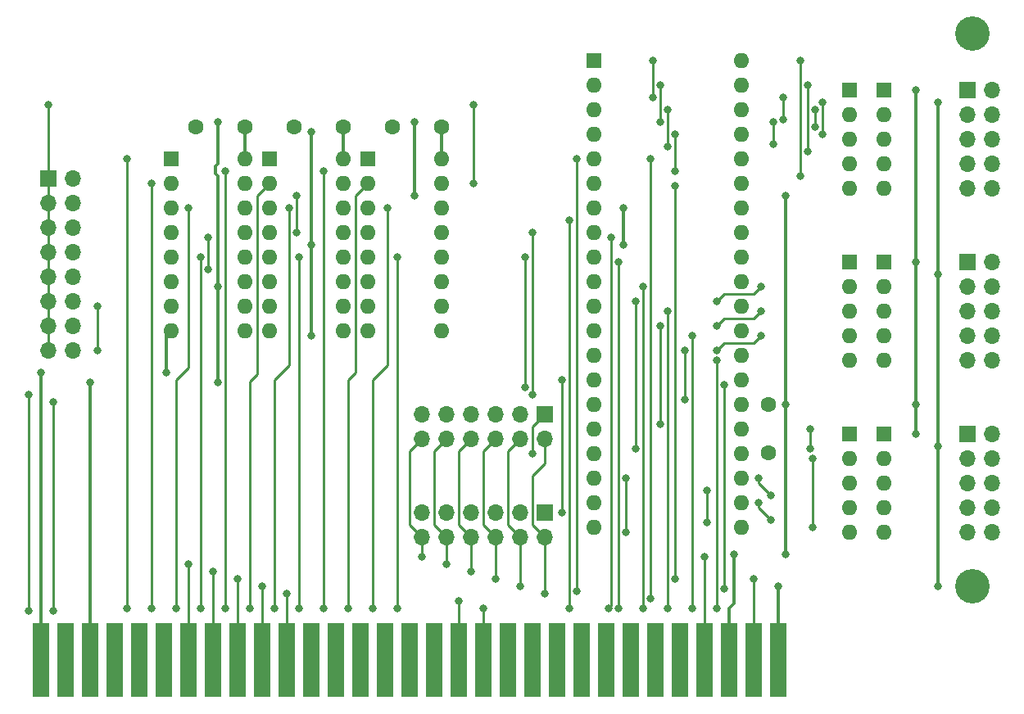
<source format=gbr>
G04 #@! TF.GenerationSoftware,KiCad,Pcbnew,(5.1.8)-1*
G04 #@! TF.CreationDate,2023-02-21T11:18:10-07:00*
G04 #@! TF.ProjectId,PPort,50506f72-742e-46b6-9963-61645f706362,rev?*
G04 #@! TF.SameCoordinates,Original*
G04 #@! TF.FileFunction,Copper,L2,Bot*
G04 #@! TF.FilePolarity,Positive*
%FSLAX46Y46*%
G04 Gerber Fmt 4.6, Leading zero omitted, Abs format (unit mm)*
G04 Created by KiCad (PCBNEW (5.1.8)-1) date 2023-02-21 11:18:10*
%MOMM*%
%LPD*%
G01*
G04 APERTURE LIST*
G04 #@! TA.AperFunction,ComponentPad*
%ADD10O,1.600000X1.600000*%
G04 #@! TD*
G04 #@! TA.AperFunction,ComponentPad*
%ADD11R,1.600000X1.600000*%
G04 #@! TD*
G04 #@! TA.AperFunction,ComponentPad*
%ADD12C,1.600000*%
G04 #@! TD*
G04 #@! TA.AperFunction,ComponentPad*
%ADD13O,1.700000X1.700000*%
G04 #@! TD*
G04 #@! TA.AperFunction,ComponentPad*
%ADD14R,1.700000X1.700000*%
G04 #@! TD*
G04 #@! TA.AperFunction,ComponentPad*
%ADD15C,3.556000*%
G04 #@! TD*
G04 #@! TA.AperFunction,ConnectorPad*
%ADD16R,1.780000X7.620000*%
G04 #@! TD*
G04 #@! TA.AperFunction,ViaPad*
%ADD17C,0.800000*%
G04 #@! TD*
G04 #@! TA.AperFunction,Conductor*
%ADD18C,0.250000*%
G04 #@! TD*
G04 #@! TA.AperFunction,Conductor*
%ADD19C,0.330200*%
G04 #@! TD*
G04 APERTURE END LIST*
D10*
G04 #@! TO.P,RN6,5*
G04 #@! TO.N,/PA0*
X182372000Y-91948000D03*
G04 #@! TO.P,RN6,4*
G04 #@! TO.N,/PA1*
X182372000Y-89408000D03*
G04 #@! TO.P,RN6,3*
G04 #@! TO.N,/PA2*
X182372000Y-86868000D03*
G04 #@! TO.P,RN6,2*
G04 #@! TO.N,/PA3*
X182372000Y-84328000D03*
D11*
G04 #@! TO.P,RN6,1*
G04 #@! TO.N,/GND*
X182372000Y-81788000D03*
G04 #@! TD*
D10*
G04 #@! TO.P,RN5,5*
G04 #@! TO.N,/PA4*
X185928000Y-91948000D03*
G04 #@! TO.P,RN5,4*
G04 #@! TO.N,/PA5*
X185928000Y-89408000D03*
G04 #@! TO.P,RN5,3*
G04 #@! TO.N,/PA6*
X185928000Y-86868000D03*
G04 #@! TO.P,RN5,2*
G04 #@! TO.N,/PA7*
X185928000Y-84328000D03*
D11*
G04 #@! TO.P,RN5,1*
G04 #@! TO.N,/GND*
X185928000Y-81788000D03*
G04 #@! TD*
D10*
G04 #@! TO.P,RN4,5*
G04 #@! TO.N,/PB0*
X182372000Y-127508000D03*
G04 #@! TO.P,RN4,4*
G04 #@! TO.N,/PB1*
X182372000Y-124968000D03*
G04 #@! TO.P,RN4,3*
G04 #@! TO.N,/PB2*
X182372000Y-122428000D03*
G04 #@! TO.P,RN4,2*
G04 #@! TO.N,/PB3*
X182372000Y-119888000D03*
D11*
G04 #@! TO.P,RN4,1*
G04 #@! TO.N,/GND*
X182372000Y-117348000D03*
G04 #@! TD*
D10*
G04 #@! TO.P,RN3,5*
G04 #@! TO.N,/PC0*
X182372000Y-109728000D03*
G04 #@! TO.P,RN3,4*
G04 #@! TO.N,/PC1*
X182372000Y-107188000D03*
G04 #@! TO.P,RN3,3*
G04 #@! TO.N,/PC2*
X182372000Y-104648000D03*
G04 #@! TO.P,RN3,2*
G04 #@! TO.N,/PC3*
X182372000Y-102108000D03*
D11*
G04 #@! TO.P,RN3,1*
G04 #@! TO.N,/GND*
X182372000Y-99568000D03*
G04 #@! TD*
D10*
G04 #@! TO.P,RN2,5*
G04 #@! TO.N,/PB4*
X185928000Y-127508000D03*
G04 #@! TO.P,RN2,4*
G04 #@! TO.N,/PB5*
X185928000Y-124968000D03*
G04 #@! TO.P,RN2,3*
G04 #@! TO.N,/PB6*
X185928000Y-122428000D03*
G04 #@! TO.P,RN2,2*
G04 #@! TO.N,/PB7*
X185928000Y-119888000D03*
D11*
G04 #@! TO.P,RN2,1*
G04 #@! TO.N,/GND*
X185928000Y-117348000D03*
G04 #@! TD*
D10*
G04 #@! TO.P,RN1,5*
G04 #@! TO.N,/PC4*
X185928000Y-109728000D03*
G04 #@! TO.P,RN1,4*
G04 #@! TO.N,/PC5*
X185928000Y-107188000D03*
G04 #@! TO.P,RN1,3*
G04 #@! TO.N,/PC6*
X185928000Y-104648000D03*
G04 #@! TO.P,RN1,2*
G04 #@! TO.N,/PC7*
X185928000Y-102108000D03*
D11*
G04 #@! TO.P,RN1,1*
G04 #@! TO.N,/GND*
X185928000Y-99568000D03*
G04 #@! TD*
D12*
G04 #@! TO.P,C4,2*
G04 #@! TO.N,/5+*
X130048000Y-85598000D03*
G04 #@! TO.P,C4,1*
G04 #@! TO.N,/GND*
X125048000Y-85598000D03*
G04 #@! TD*
G04 #@! TO.P,C3,2*
G04 #@! TO.N,/5+*
X119888000Y-85598000D03*
G04 #@! TO.P,C3,1*
G04 #@! TO.N,/GND*
X114888000Y-85598000D03*
G04 #@! TD*
G04 #@! TO.P,C2,2*
G04 #@! TO.N,/5+*
X140208000Y-85598000D03*
G04 #@! TO.P,C2,1*
G04 #@! TO.N,/GND*
X135208000Y-85598000D03*
G04 #@! TD*
G04 #@! TO.P,C1,2*
G04 #@! TO.N,/5+*
X173990000Y-114300000D03*
G04 #@! TO.P,C1,1*
G04 #@! TO.N,/GND*
X173990000Y-119300000D03*
G04 #@! TD*
D13*
G04 #@! TO.P,J3,10*
G04 #@! TO.N,/PA0*
X197104000Y-91948000D03*
G04 #@! TO.P,J3,9*
G04 #@! TO.N,/PA4*
X194564000Y-91948000D03*
G04 #@! TO.P,J3,8*
G04 #@! TO.N,/PA1*
X197104000Y-89408000D03*
G04 #@! TO.P,J3,7*
G04 #@! TO.N,/PA5*
X194564000Y-89408000D03*
G04 #@! TO.P,J3,6*
G04 #@! TO.N,/PA2*
X197104000Y-86868000D03*
G04 #@! TO.P,J3,5*
G04 #@! TO.N,/PA6*
X194564000Y-86868000D03*
G04 #@! TO.P,J3,4*
G04 #@! TO.N,/PA3*
X197104000Y-84328000D03*
G04 #@! TO.P,J3,3*
G04 #@! TO.N,/PA7*
X194564000Y-84328000D03*
G04 #@! TO.P,J3,2*
G04 #@! TO.N,/GND*
X197104000Y-81788000D03*
D14*
G04 #@! TO.P,J3,1*
G04 #@! TO.N,/5+*
X194564000Y-81788000D03*
G04 #@! TD*
D13*
G04 #@! TO.P,J2,10*
G04 #@! TO.N,/PB0*
X197104000Y-127508000D03*
G04 #@! TO.P,J2,9*
G04 #@! TO.N,/PB4*
X194564000Y-127508000D03*
G04 #@! TO.P,J2,8*
G04 #@! TO.N,/PB1*
X197104000Y-124968000D03*
G04 #@! TO.P,J2,7*
G04 #@! TO.N,/PB5*
X194564000Y-124968000D03*
G04 #@! TO.P,J2,6*
G04 #@! TO.N,/PB2*
X197104000Y-122428000D03*
G04 #@! TO.P,J2,5*
G04 #@! TO.N,/PB6*
X194564000Y-122428000D03*
G04 #@! TO.P,J2,4*
G04 #@! TO.N,/PB3*
X197104000Y-119888000D03*
G04 #@! TO.P,J2,3*
G04 #@! TO.N,/PB7*
X194564000Y-119888000D03*
G04 #@! TO.P,J2,2*
G04 #@! TO.N,/GND*
X197104000Y-117348000D03*
D14*
G04 #@! TO.P,J2,1*
G04 #@! TO.N,/5+*
X194564000Y-117348000D03*
G04 #@! TD*
D13*
G04 #@! TO.P,J1,10*
G04 #@! TO.N,/PC0*
X197104000Y-109728000D03*
G04 #@! TO.P,J1,9*
G04 #@! TO.N,/PC4*
X194564000Y-109728000D03*
G04 #@! TO.P,J1,8*
G04 #@! TO.N,/PC1*
X197104000Y-107188000D03*
G04 #@! TO.P,J1,7*
G04 #@! TO.N,/PC5*
X194564000Y-107188000D03*
G04 #@! TO.P,J1,6*
G04 #@! TO.N,/PC2*
X197104000Y-104648000D03*
G04 #@! TO.P,J1,5*
G04 #@! TO.N,/PC6*
X194564000Y-104648000D03*
G04 #@! TO.P,J1,4*
G04 #@! TO.N,/PC3*
X197104000Y-102108000D03*
G04 #@! TO.P,J1,3*
G04 #@! TO.N,/PC7*
X194564000Y-102108000D03*
G04 #@! TO.P,J1,2*
G04 #@! TO.N,/GND*
X197104000Y-99568000D03*
D14*
G04 #@! TO.P,J1,1*
G04 #@! TO.N,/5+*
X194564000Y-99568000D03*
G04 #@! TD*
D15*
G04 #@! TO.P,R,1*
G04 #@! TO.N,/GND*
X195072000Y-133096000D03*
G04 #@! TD*
G04 #@! TO.P,R,1*
G04 #@! TO.N,N/C*
X195072000Y-75946000D03*
G04 #@! TD*
D10*
G04 #@! TO.P,U4,16*
G04 #@! TO.N,/5+*
X130048000Y-88900000D03*
G04 #@! TO.P,U4,8*
G04 #@! TO.N,/GND*
X122428000Y-106680000D03*
G04 #@! TO.P,U4,15*
G04 #@! TO.N,Net-(U4-Pad15)*
X130048000Y-91440000D03*
G04 #@! TO.P,U4,7*
G04 #@! TO.N,Net-(U4-Pad7)*
X122428000Y-104140000D03*
G04 #@! TO.P,U4,14*
G04 #@! TO.N,Net-(U4-Pad14)*
X130048000Y-93980000D03*
G04 #@! TO.P,U4,6*
G04 #@! TO.N,/5+*
X122428000Y-101600000D03*
G04 #@! TO.P,U4,13*
G04 #@! TO.N,Net-(U4-Pad13)*
X130048000Y-96520000D03*
G04 #@! TO.P,U4,5*
G04 #@! TO.N,/A11*
X122428000Y-99060000D03*
G04 #@! TO.P,U4,12*
G04 #@! TO.N,Net-(U4-Pad12)*
X130048000Y-99060000D03*
G04 #@! TO.P,U4,4*
G04 #@! TO.N,/IO_0XXX*
X122428000Y-96520000D03*
G04 #@! TO.P,U4,11*
G04 #@! TO.N,/IO_04XX*
X130048000Y-101600000D03*
G04 #@! TO.P,U4,3*
G04 #@! TO.N,/A10*
X122428000Y-93980000D03*
G04 #@! TO.P,U4,10*
G04 #@! TO.N,Net-(U4-Pad10)*
X130048000Y-104140000D03*
G04 #@! TO.P,U4,2*
G04 #@! TO.N,/A9*
X122428000Y-91440000D03*
G04 #@! TO.P,U4,9*
G04 #@! TO.N,Net-(U4-Pad9)*
X130048000Y-106680000D03*
D11*
G04 #@! TO.P,U4,1*
G04 #@! TO.N,/A8*
X122428000Y-88900000D03*
G04 #@! TD*
D10*
G04 #@! TO.P,U3,16*
G04 #@! TO.N,/5+*
X119888000Y-88900000D03*
G04 #@! TO.P,U3,8*
G04 #@! TO.N,/GND*
X112268000Y-106680000D03*
G04 #@! TO.P,U3,15*
G04 #@! TO.N,/IO_040X*
X119888000Y-91440000D03*
G04 #@! TO.P,U3,7*
G04 #@! TO.N,/IO_047X*
X112268000Y-104140000D03*
G04 #@! TO.P,U3,14*
G04 #@! TO.N,/IO_041X*
X119888000Y-93980000D03*
G04 #@! TO.P,U3,6*
G04 #@! TO.N,/5+*
X112268000Y-101600000D03*
G04 #@! TO.P,U3,13*
G04 #@! TO.N,/IO_042X*
X119888000Y-96520000D03*
G04 #@! TO.P,U3,5*
G04 #@! TO.N,/A7*
X112268000Y-99060000D03*
G04 #@! TO.P,U3,12*
G04 #@! TO.N,/IO_043X*
X119888000Y-99060000D03*
G04 #@! TO.P,U3,4*
G04 #@! TO.N,/IO_04XX*
X112268000Y-96520000D03*
G04 #@! TO.P,U3,11*
G04 #@! TO.N,/IO_044X*
X119888000Y-101600000D03*
G04 #@! TO.P,U3,3*
G04 #@! TO.N,/A6*
X112268000Y-93980000D03*
G04 #@! TO.P,U3,10*
G04 #@! TO.N,/IO_045X*
X119888000Y-104140000D03*
G04 #@! TO.P,U3,2*
G04 #@! TO.N,/A5*
X112268000Y-91440000D03*
G04 #@! TO.P,U3,9*
G04 #@! TO.N,/IO_046X*
X119888000Y-106680000D03*
D11*
G04 #@! TO.P,U3,1*
G04 #@! TO.N,/A4*
X112268000Y-88900000D03*
G04 #@! TD*
D10*
G04 #@! TO.P,U2,16*
G04 #@! TO.N,/5+*
X140208000Y-88900000D03*
G04 #@! TO.P,U2,8*
G04 #@! TO.N,/GND*
X132588000Y-106680000D03*
G04 #@! TO.P,U2,15*
G04 #@! TO.N,/IO_0XXX*
X140208000Y-91440000D03*
G04 #@! TO.P,U2,7*
G04 #@! TO.N,Net-(U2-Pad7)*
X132588000Y-104140000D03*
G04 #@! TO.P,U2,14*
G04 #@! TO.N,Net-(U2-Pad14)*
X140208000Y-93980000D03*
G04 #@! TO.P,U2,6*
G04 #@! TO.N,/5+*
X132588000Y-101600000D03*
G04 #@! TO.P,U2,13*
G04 #@! TO.N,Net-(U2-Pad13)*
X140208000Y-96520000D03*
G04 #@! TO.P,U2,5*
G04 #@! TO.N,/A15*
X132588000Y-99060000D03*
G04 #@! TO.P,U2,12*
G04 #@! TO.N,Net-(U2-Pad12)*
X140208000Y-99060000D03*
G04 #@! TO.P,U2,4*
G04 #@! TO.N,/GND*
X132588000Y-96520000D03*
G04 #@! TO.P,U2,11*
G04 #@! TO.N,Net-(U2-Pad11)*
X140208000Y-101600000D03*
G04 #@! TO.P,U2,3*
G04 #@! TO.N,/A14*
X132588000Y-93980000D03*
G04 #@! TO.P,U2,10*
G04 #@! TO.N,Net-(U2-Pad10)*
X140208000Y-104140000D03*
G04 #@! TO.P,U2,2*
G04 #@! TO.N,/A13*
X132588000Y-91440000D03*
G04 #@! TO.P,U2,9*
G04 #@! TO.N,Net-(U2-Pad9)*
X140208000Y-106680000D03*
D11*
G04 #@! TO.P,U2,1*
G04 #@! TO.N,/A12*
X132588000Y-88900000D03*
G04 #@! TD*
D10*
G04 #@! TO.P,U1,40*
G04 #@! TO.N,/PA4*
X171196000Y-78740000D03*
G04 #@! TO.P,U1,20*
G04 #@! TO.N,/PB2*
X155956000Y-127000000D03*
G04 #@! TO.P,U1,39*
G04 #@! TO.N,/PA5*
X171196000Y-81280000D03*
G04 #@! TO.P,U1,19*
G04 #@! TO.N,/PB1*
X155956000Y-124460000D03*
G04 #@! TO.P,U1,38*
G04 #@! TO.N,/PA6*
X171196000Y-83820000D03*
G04 #@! TO.P,U1,18*
G04 #@! TO.N,/PB0*
X155956000Y-121920000D03*
G04 #@! TO.P,U1,37*
G04 #@! TO.N,/PA7*
X171196000Y-86360000D03*
G04 #@! TO.P,U1,17*
G04 #@! TO.N,/PC3*
X155956000Y-119380000D03*
G04 #@! TO.P,U1,36*
G04 #@! TO.N,/IOW*
X171196000Y-88900000D03*
G04 #@! TO.P,U1,16*
G04 #@! TO.N,/PC2*
X155956000Y-116840000D03*
G04 #@! TO.P,U1,35*
G04 #@! TO.N,/RST*
X171196000Y-91440000D03*
G04 #@! TO.P,U1,15*
G04 #@! TO.N,/PC1*
X155956000Y-114300000D03*
G04 #@! TO.P,U1,34*
G04 #@! TO.N,/D0*
X171196000Y-93980000D03*
G04 #@! TO.P,U1,14*
G04 #@! TO.N,/PC0*
X155956000Y-111760000D03*
G04 #@! TO.P,U1,33*
G04 #@! TO.N,/D1*
X171196000Y-96520000D03*
G04 #@! TO.P,U1,13*
G04 #@! TO.N,/PC4*
X155956000Y-109220000D03*
G04 #@! TO.P,U1,32*
G04 #@! TO.N,/D2*
X171196000Y-99060000D03*
G04 #@! TO.P,U1,12*
G04 #@! TO.N,/PC5*
X155956000Y-106680000D03*
G04 #@! TO.P,U1,31*
G04 #@! TO.N,/D3*
X171196000Y-101600000D03*
G04 #@! TO.P,U1,11*
G04 #@! TO.N,/PC6*
X155956000Y-104140000D03*
G04 #@! TO.P,U1,30*
G04 #@! TO.N,/D4*
X171196000Y-104140000D03*
G04 #@! TO.P,U1,10*
G04 #@! TO.N,/PC7*
X155956000Y-101600000D03*
G04 #@! TO.P,U1,29*
G04 #@! TO.N,/D5*
X171196000Y-106680000D03*
G04 #@! TO.P,U1,9*
G04 #@! TO.N,/A0*
X155956000Y-99060000D03*
G04 #@! TO.P,U1,28*
G04 #@! TO.N,/D6*
X171196000Y-109220000D03*
G04 #@! TO.P,U1,8*
G04 #@! TO.N,/A1*
X155956000Y-96520000D03*
G04 #@! TO.P,U1,27*
G04 #@! TO.N,/D7*
X171196000Y-111760000D03*
G04 #@! TO.P,U1,7*
G04 #@! TO.N,/GND*
X155956000Y-93980000D03*
G04 #@! TO.P,U1,26*
G04 #@! TO.N,/5+*
X171196000Y-114300000D03*
G04 #@! TO.P,U1,6*
G04 #@! TO.N,/CS8255*
X155956000Y-91440000D03*
G04 #@! TO.P,U1,25*
G04 #@! TO.N,/PB7*
X171196000Y-116840000D03*
G04 #@! TO.P,U1,5*
G04 #@! TO.N,/IOR*
X155956000Y-88900000D03*
G04 #@! TO.P,U1,24*
G04 #@! TO.N,/PB6*
X171196000Y-119380000D03*
G04 #@! TO.P,U1,4*
G04 #@! TO.N,/PA0*
X155956000Y-86360000D03*
G04 #@! TO.P,U1,23*
G04 #@! TO.N,/PB5*
X171196000Y-121920000D03*
G04 #@! TO.P,U1,3*
G04 #@! TO.N,/PA1*
X155956000Y-83820000D03*
G04 #@! TO.P,U1,22*
G04 #@! TO.N,/PB4*
X171196000Y-124460000D03*
G04 #@! TO.P,U1,2*
G04 #@! TO.N,/PA2*
X155956000Y-81280000D03*
G04 #@! TO.P,U1,21*
G04 #@! TO.N,/PB3*
X171196000Y-127000000D03*
D11*
G04 #@! TO.P,U1,1*
G04 #@! TO.N,/PA3*
X155956000Y-78740000D03*
G04 #@! TD*
D16*
G04 #@! TO.P,J7,31*
G04 #@! TO.N,/GND*
X98806000Y-140716000D03*
G04 #@! TO.P,J7,30*
G04 #@! TO.N,Net-(J7-Pad30)*
X101346000Y-140716000D03*
G04 #@! TO.P,J7,29*
G04 #@! TO.N,/5+*
X103886000Y-140716000D03*
G04 #@! TO.P,J7,28*
G04 #@! TO.N,Net-(J7-Pad28)*
X106426000Y-140716000D03*
G04 #@! TO.P,J7,27*
G04 #@! TO.N,Net-(J7-Pad27)*
X108966000Y-140716000D03*
G04 #@! TO.P,J7,26*
G04 #@! TO.N,Net-(J7-Pad26)*
X111506000Y-140716000D03*
G04 #@! TO.P,J7,25*
G04 #@! TO.N,/IRQ3*
X114046000Y-140716000D03*
G04 #@! TO.P,J7,24*
G04 #@! TO.N,/IRQ4*
X116586000Y-140716000D03*
G04 #@! TO.P,J7,23*
G04 #@! TO.N,/IRQ5*
X119126000Y-140716000D03*
G04 #@! TO.P,J7,22*
G04 #@! TO.N,/IRQ6*
X121666000Y-140716000D03*
G04 #@! TO.P,J7,21*
G04 #@! TO.N,/IRQ7*
X124206000Y-140716000D03*
G04 #@! TO.P,J7,20*
G04 #@! TO.N,Net-(J7-Pad20)*
X126746000Y-140716000D03*
G04 #@! TO.P,J7,19*
G04 #@! TO.N,Net-(J7-Pad19)*
X129286000Y-140716000D03*
G04 #@! TO.P,J7,18*
G04 #@! TO.N,Net-(J7-Pad18)*
X131826000Y-140716000D03*
G04 #@! TO.P,J7,17*
G04 #@! TO.N,Net-(J7-Pad17)*
X134366000Y-140716000D03*
G04 #@! TO.P,J7,16*
G04 #@! TO.N,Net-(J7-Pad16)*
X136906000Y-140716000D03*
G04 #@! TO.P,J7,15*
G04 #@! TO.N,Net-(J7-Pad15)*
X139446000Y-140716000D03*
G04 #@! TO.P,J7,14*
G04 #@! TO.N,/IOR*
X141986000Y-140716000D03*
G04 #@! TO.P,J7,13*
G04 #@! TO.N,/IOW*
X144526000Y-140716000D03*
G04 #@! TO.P,J7,12*
G04 #@! TO.N,Net-(J7-Pad12)*
X147066000Y-140716000D03*
G04 #@! TO.P,J7,11*
G04 #@! TO.N,Net-(J7-Pad11)*
X149606000Y-140716000D03*
G04 #@! TO.P,J7,10*
G04 #@! TO.N,Net-(J7-Pad10)*
X152146000Y-140716000D03*
G04 #@! TO.P,J7,9*
G04 #@! TO.N,Net-(J7-Pad9)*
X154686000Y-140716000D03*
G04 #@! TO.P,J7,8*
G04 #@! TO.N,Net-(J7-Pad8)*
X157226000Y-140716000D03*
G04 #@! TO.P,J7,7*
G04 #@! TO.N,Net-(J7-Pad7)*
X159766000Y-140716000D03*
G04 #@! TO.P,J7,6*
G04 #@! TO.N,Net-(J7-Pad6)*
X162306000Y-140716000D03*
G04 #@! TO.P,J7,5*
G04 #@! TO.N,Net-(J7-Pad5)*
X164846000Y-140716000D03*
G04 #@! TO.P,J7,4*
G04 #@! TO.N,/IRQ2*
X167386000Y-140716000D03*
G04 #@! TO.P,J7,3*
G04 #@! TO.N,/5+*
X169926000Y-140716000D03*
G04 #@! TO.P,J7,2*
G04 #@! TO.N,/RST*
X172466000Y-140716000D03*
G04 #@! TO.P,J7,1*
G04 #@! TO.N,/GND*
X175006000Y-140716000D03*
G04 #@! TD*
D13*
G04 #@! TO.P,J6,16*
G04 #@! TO.N,/IO_047X*
X102108000Y-108712000D03*
G04 #@! TO.P,J6,15*
G04 #@! TO.N,/CS8255*
X99568000Y-108712000D03*
G04 #@! TO.P,J6,14*
G04 #@! TO.N,/IO_046X*
X102108000Y-106172000D03*
G04 #@! TO.P,J6,13*
G04 #@! TO.N,/CS8255*
X99568000Y-106172000D03*
G04 #@! TO.P,J6,12*
G04 #@! TO.N,/IO_045X*
X102108000Y-103632000D03*
G04 #@! TO.P,J6,11*
G04 #@! TO.N,/CS8255*
X99568000Y-103632000D03*
G04 #@! TO.P,J6,10*
G04 #@! TO.N,/IO_044X*
X102108000Y-101092000D03*
G04 #@! TO.P,J6,9*
G04 #@! TO.N,/CS8255*
X99568000Y-101092000D03*
G04 #@! TO.P,J6,8*
G04 #@! TO.N,/IO_043X*
X102108000Y-98552000D03*
G04 #@! TO.P,J6,7*
G04 #@! TO.N,/CS8255*
X99568000Y-98552000D03*
G04 #@! TO.P,J6,6*
G04 #@! TO.N,/IO_042X*
X102108000Y-96012000D03*
G04 #@! TO.P,J6,5*
G04 #@! TO.N,/CS8255*
X99568000Y-96012000D03*
G04 #@! TO.P,J6,4*
G04 #@! TO.N,/IO_041X*
X102108000Y-93472000D03*
G04 #@! TO.P,J6,3*
G04 #@! TO.N,/CS8255*
X99568000Y-93472000D03*
G04 #@! TO.P,J6,2*
G04 #@! TO.N,/IO_040X*
X102108000Y-90932000D03*
D14*
G04 #@! TO.P,J6,1*
G04 #@! TO.N,/CS8255*
X99568000Y-90932000D03*
G04 #@! TD*
D13*
G04 #@! TO.P,J5,12*
G04 #@! TO.N,/IRQ2*
X138176000Y-117856000D03*
G04 #@! TO.P,J5,11*
G04 #@! TO.N,/PC3*
X138176000Y-115316000D03*
G04 #@! TO.P,J5,10*
G04 #@! TO.N,/IRQ3*
X140716000Y-117856000D03*
G04 #@! TO.P,J5,9*
G04 #@! TO.N,/PC3*
X140716000Y-115316000D03*
G04 #@! TO.P,J5,8*
G04 #@! TO.N,/IRQ4*
X143256000Y-117856000D03*
G04 #@! TO.P,J5,7*
G04 #@! TO.N,/PC3*
X143256000Y-115316000D03*
G04 #@! TO.P,J5,6*
G04 #@! TO.N,/IRQ5*
X145796000Y-117856000D03*
G04 #@! TO.P,J5,5*
G04 #@! TO.N,/PC3*
X145796000Y-115316000D03*
G04 #@! TO.P,J5,4*
G04 #@! TO.N,/IRQ6*
X148336000Y-117856000D03*
G04 #@! TO.P,J5,3*
G04 #@! TO.N,/PC3*
X148336000Y-115316000D03*
G04 #@! TO.P,J5,2*
G04 #@! TO.N,/IRQ7*
X150876000Y-117856000D03*
D14*
G04 #@! TO.P,J5,1*
G04 #@! TO.N,/PC3*
X150876000Y-115316000D03*
G04 #@! TD*
D13*
G04 #@! TO.P,J4,12*
G04 #@! TO.N,/IRQ2*
X138176000Y-128016000D03*
G04 #@! TO.P,J4,11*
G04 #@! TO.N,/PC0*
X138176000Y-125476000D03*
G04 #@! TO.P,J4,10*
G04 #@! TO.N,/IRQ3*
X140716000Y-128016000D03*
G04 #@! TO.P,J4,9*
G04 #@! TO.N,/PC0*
X140716000Y-125476000D03*
G04 #@! TO.P,J4,8*
G04 #@! TO.N,/IRQ4*
X143256000Y-128016000D03*
G04 #@! TO.P,J4,7*
G04 #@! TO.N,/PC0*
X143256000Y-125476000D03*
G04 #@! TO.P,J4,6*
G04 #@! TO.N,/IRQ5*
X145796000Y-128016000D03*
G04 #@! TO.P,J4,5*
G04 #@! TO.N,/PC0*
X145796000Y-125476000D03*
G04 #@! TO.P,J4,4*
G04 #@! TO.N,/IRQ6*
X148336000Y-128016000D03*
G04 #@! TO.P,J4,3*
G04 #@! TO.N,/PC0*
X148336000Y-125476000D03*
G04 #@! TO.P,J4,2*
G04 #@! TO.N,/IRQ7*
X150876000Y-128016000D03*
D14*
G04 #@! TO.P,J4,1*
G04 #@! TO.N,/PC0*
X150876000Y-125476000D03*
G04 #@! TD*
D17*
G04 #@! TO.N,/PB7*
X178308000Y-116840000D03*
X178308000Y-118872000D03*
G04 #@! TO.N,/PB5*
X174244000Y-123698000D03*
X172974000Y-121920000D03*
G04 #@! TO.N,/PB4*
X172974000Y-124460000D03*
X174244000Y-126238000D03*
G04 #@! TO.N,/PB3*
X178562000Y-119888000D03*
X178562000Y-127000000D03*
G04 #@! TO.N,/PB2*
X167640000Y-123190000D03*
X167640000Y-126492000D03*
G04 #@! TO.N,/PB0*
X159258000Y-127508000D03*
X159258000Y-121920000D03*
G04 #@! TO.N,/PA7*
X179578000Y-86360000D03*
X179578000Y-83058000D03*
G04 #@! TO.N,/PA6*
X178816000Y-83820000D03*
X178816000Y-85598000D03*
G04 #@! TO.N,/PA5*
X178054000Y-81280000D03*
X178054000Y-88138000D03*
G04 #@! TO.N,/PA4*
X177292000Y-78740000D03*
X177292000Y-90678000D03*
G04 #@! TO.N,/PA3*
X162052000Y-78740000D03*
X162052000Y-82550000D03*
X175514000Y-82550000D03*
X175514000Y-84836000D03*
G04 #@! TO.N,/PA2*
X162814000Y-81280000D03*
X162814000Y-85090000D03*
X174498000Y-85090000D03*
X174498000Y-87376000D03*
G04 #@! TO.N,/PA1*
X163576000Y-83820000D03*
X163576000Y-87630000D03*
G04 #@! TO.N,/PA0*
X164338000Y-86360000D03*
X164338000Y-90170000D03*
G04 #@! TO.N,/PC3*
X173228000Y-102108000D03*
X168656000Y-103632000D03*
X160274000Y-118872000D03*
X160274000Y-103632000D03*
G04 #@! TO.N,/PC2*
X173228000Y-104648000D03*
X168656000Y-106172000D03*
X162814000Y-116332000D03*
X162814000Y-106172000D03*
G04 #@! TO.N,/PC1*
X173228000Y-107188000D03*
X168656000Y-108712000D03*
X165354000Y-113792000D03*
X165354000Y-108712000D03*
G04 #@! TO.N,/PC3*
X149606000Y-119380000D03*
G04 #@! TO.N,/PC0*
X152654000Y-111760000D03*
X152654000Y-125476000D03*
G04 #@! TO.N,/IRQ2*
X138176000Y-130048000D03*
X167386000Y-130048000D03*
G04 #@! TO.N,/IRQ3*
X140716000Y-130810000D03*
X114046000Y-130810000D03*
G04 #@! TO.N,/IRQ4*
X143256000Y-131572000D03*
X116586000Y-131572000D03*
G04 #@! TO.N,/IRQ5*
X145796000Y-132334000D03*
X119126000Y-132334000D03*
G04 #@! TO.N,/IRQ6*
X148336000Y-133096000D03*
X121666000Y-133096000D03*
G04 #@! TO.N,/IRQ7*
X150876000Y-133858000D03*
X124206000Y-133858000D03*
G04 #@! TO.N,/IO_047X*
X104648000Y-104140000D03*
X104648000Y-108712000D03*
G04 #@! TO.N,/CS8255*
X143510000Y-91440000D03*
X143510000Y-83312000D03*
X99568000Y-83312000D03*
G04 #@! TO.N,/A0*
X97536000Y-135636000D03*
X97536000Y-113284000D03*
X148844000Y-112522000D03*
X148844000Y-99060000D03*
G04 #@! TO.N,/A1*
X100076000Y-135636000D03*
X100076000Y-114046000D03*
X149606000Y-113284000D03*
X149606000Y-96520000D03*
G04 #@! TO.N,/A4*
X107696000Y-135382000D03*
X107696000Y-88900000D03*
G04 #@! TO.N,/A5*
X110236000Y-135382000D03*
X110236000Y-91440000D03*
G04 #@! TO.N,/A6*
X112776000Y-135382000D03*
X114046000Y-93980000D03*
G04 #@! TO.N,/A7*
X115316000Y-135382000D03*
X115316000Y-99060000D03*
G04 #@! TO.N,/A8*
X117856000Y-135382000D03*
X117856000Y-90170000D03*
G04 #@! TO.N,/A9*
X120396000Y-135382000D03*
G04 #@! TO.N,/A10*
X122936000Y-135382000D03*
X124460000Y-93980000D03*
G04 #@! TO.N,/A11*
X125476000Y-135382000D03*
X125476000Y-99060000D03*
G04 #@! TO.N,/A12*
X128016000Y-135382000D03*
X128016000Y-90170000D03*
G04 #@! TO.N,/A13*
X130556000Y-135382000D03*
G04 #@! TO.N,/A14*
X133096000Y-135382000D03*
X134620000Y-93980000D03*
G04 #@! TO.N,/A15*
X135636000Y-135382000D03*
X135636000Y-99060000D03*
G04 #@! TO.N,/D0*
X153416000Y-135382000D03*
X153416000Y-95250000D03*
G04 #@! TO.N,/D1*
X157480000Y-135382000D03*
X157734000Y-97028000D03*
G04 #@! TO.N,/D2*
X158496000Y-135382000D03*
X158496000Y-99568000D03*
G04 #@! TO.N,/D3*
X161036000Y-135382000D03*
X161036000Y-102108000D03*
G04 #@! TO.N,/D4*
X163576000Y-135382000D03*
X163576000Y-104648000D03*
G04 #@! TO.N,/D5*
X166116000Y-135382000D03*
X166116000Y-107188000D03*
G04 #@! TO.N,/D6*
X168656000Y-135382000D03*
X168656000Y-109728000D03*
G04 #@! TO.N,/D7*
X169418000Y-133350000D03*
X169418000Y-112268000D03*
G04 #@! TO.N,/GND*
X191516000Y-83058000D03*
X191516000Y-118618000D03*
X191516000Y-118618000D03*
X191516000Y-100838000D03*
X191516000Y-133096000D03*
X126746000Y-107188000D03*
X126746000Y-86106000D03*
X126746000Y-97790000D03*
X175006000Y-133096000D03*
X159004000Y-97790000D03*
X159004000Y-93980000D03*
X111760000Y-110998000D03*
X98806002Y-110998000D03*
G04 #@! TO.N,/5+*
X189230000Y-114300000D03*
X189230000Y-81788000D03*
X189230000Y-99568000D03*
X189230000Y-117348000D03*
X117094000Y-102108000D03*
X117094000Y-85090000D03*
X170434000Y-129794000D03*
X175768000Y-129794000D03*
X175768000Y-114300000D03*
X175768000Y-92710000D03*
X137414000Y-92710000D03*
X137414000Y-85090000D03*
X103886000Y-112014000D03*
X117094000Y-112014000D03*
G04 #@! TO.N,/IOR*
X141986000Y-134620000D03*
X154178000Y-133604000D03*
X154178000Y-88900000D03*
G04 #@! TO.N,/IOW*
X144526000Y-135382000D03*
X161798000Y-134366000D03*
X161798000Y-88900000D03*
G04 #@! TO.N,/RST*
X172466000Y-132334000D03*
X164338000Y-132334000D03*
X164338000Y-91694000D03*
G04 #@! TO.N,/IO_0XXX*
X125222000Y-92710000D03*
X125222000Y-96520000D03*
G04 #@! TO.N,/IO_04XX*
X116078000Y-100330000D03*
X116078000Y-97028000D03*
G04 #@! TD*
D18*
G04 #@! TO.N,/PB7*
X178308000Y-116840000D02*
X178308000Y-118872000D01*
G04 #@! TO.N,/PB5*
X172974000Y-122428000D02*
X174244000Y-123698000D01*
X172974000Y-121920000D02*
X172974000Y-122428000D01*
G04 #@! TO.N,/PB4*
X172974000Y-124968000D02*
X174244000Y-126238000D01*
X172974000Y-124460000D02*
X172974000Y-124968000D01*
G04 #@! TO.N,/PB3*
X178562000Y-127000000D02*
X178562000Y-119888000D01*
G04 #@! TO.N,/PB2*
X167640000Y-123190000D02*
X167640000Y-126492000D01*
G04 #@! TO.N,/PB0*
X159258000Y-127508000D02*
X159258000Y-121920000D01*
X159258000Y-121920000D02*
X159258000Y-121920000D01*
G04 #@! TO.N,/PA7*
X179578000Y-86360000D02*
X179578000Y-83058000D01*
X179578000Y-83058000D02*
X179578000Y-83058000D01*
G04 #@! TO.N,/PA6*
X178816000Y-83820000D02*
X178816000Y-85598000D01*
X178816000Y-85598000D02*
X178816000Y-85598000D01*
G04 #@! TO.N,/PA5*
X178054000Y-81280000D02*
X178054000Y-88138000D01*
X178054000Y-88138000D02*
X178054000Y-88138000D01*
G04 #@! TO.N,/PA4*
X177292000Y-78740000D02*
X177292000Y-90678000D01*
X177292000Y-90678000D02*
X177292000Y-90678000D01*
G04 #@! TO.N,/PA3*
X162052000Y-78740000D02*
X162052000Y-82550000D01*
X175514000Y-82550000D02*
X175514000Y-84836000D01*
G04 #@! TO.N,/PA2*
X162814000Y-84131002D02*
X162814000Y-85090000D01*
X162814000Y-81280000D02*
X162814000Y-84131002D01*
X174498000Y-85090000D02*
X174498000Y-87376000D01*
G04 #@! TO.N,/PA1*
X163576000Y-83820000D02*
X163576000Y-87630000D01*
G04 #@! TO.N,/PA0*
X164338000Y-86360000D02*
X164338000Y-90170000D01*
G04 #@! TO.N,/PC3*
X169418000Y-102870000D02*
X168656000Y-103632000D01*
X173228000Y-102108000D02*
X172466000Y-102870000D01*
X172466000Y-102870000D02*
X169418000Y-102870000D01*
X160274000Y-103632000D02*
X160274000Y-118872000D01*
G04 #@! TO.N,/PC2*
X173228000Y-104648000D02*
X172466000Y-105410000D01*
X169418000Y-105410000D02*
X168656000Y-106172000D01*
X172466000Y-105410000D02*
X169418000Y-105410000D01*
X162814000Y-106172000D02*
X162814000Y-116332000D01*
G04 #@! TO.N,/PC1*
X169418000Y-107950000D02*
X168656000Y-108712000D01*
X172466000Y-107950000D02*
X169418000Y-107950000D01*
X173228000Y-107188000D02*
X172466000Y-107950000D01*
X168656000Y-108712000D02*
X168656000Y-108712000D01*
X165354000Y-108712000D02*
X165354000Y-113792000D01*
G04 #@! TO.N,/PC3*
X149606000Y-116586000D02*
X150876000Y-115316000D01*
X149606000Y-119380000D02*
X149606000Y-116586000D01*
G04 #@! TO.N,/PC0*
X152654000Y-111760000D02*
X152654000Y-125476000D01*
X152654000Y-125476000D02*
X152654000Y-125476000D01*
G04 #@! TO.N,/IRQ2*
X167386000Y-140716000D02*
X167386000Y-135382000D01*
X167386000Y-135382000D02*
X167386000Y-135382000D01*
X138176000Y-128016000D02*
X138176000Y-130048000D01*
X138176000Y-130048000D02*
X138176000Y-130048000D01*
X167386000Y-135382000D02*
X167386000Y-130048000D01*
X136906000Y-119126000D02*
X138176000Y-117856000D01*
X136906000Y-126746000D02*
X136906000Y-119126000D01*
X138176000Y-128016000D02*
X136906000Y-126746000D01*
G04 #@! TO.N,/IRQ3*
X140716000Y-128016000D02*
X140716000Y-130810000D01*
X114046000Y-140716000D02*
X114046000Y-130810000D01*
X139446000Y-119126000D02*
X140716000Y-117856000D01*
X139446000Y-126746000D02*
X139446000Y-119126000D01*
X140716000Y-128016000D02*
X139446000Y-126746000D01*
G04 #@! TO.N,/IRQ4*
X143256000Y-128016000D02*
X143256000Y-131572000D01*
X116586000Y-140716000D02*
X116586000Y-131572000D01*
X141986000Y-119126000D02*
X143256000Y-117856000D01*
X141986000Y-126746000D02*
X141986000Y-119126000D01*
X143256000Y-128016000D02*
X141986000Y-126746000D01*
G04 #@! TO.N,/IRQ5*
X145796000Y-128016000D02*
X145796000Y-132334000D01*
X119126000Y-140716000D02*
X119126000Y-132334000D01*
X144526000Y-119126000D02*
X145796000Y-117856000D01*
X145796000Y-128016000D02*
X144526000Y-126746000D01*
X144526000Y-126746000D02*
X144526000Y-119126000D01*
G04 #@! TO.N,/IRQ6*
X148336000Y-128016000D02*
X148336000Y-133096000D01*
X121666000Y-140716000D02*
X121666000Y-133096000D01*
X147066000Y-119126000D02*
X148336000Y-117856000D01*
X147066000Y-126746000D02*
X147066000Y-119126000D01*
X148336000Y-128016000D02*
X147066000Y-126746000D01*
G04 #@! TO.N,/IRQ7*
X150876000Y-128016000D02*
X150876000Y-133858000D01*
X150876000Y-133858000D02*
X150876000Y-133858000D01*
X124206000Y-140716000D02*
X124206000Y-133858000D01*
X150876000Y-120396000D02*
X150876000Y-117856000D01*
X149606000Y-126746000D02*
X149606000Y-121666000D01*
X150876000Y-128016000D02*
X149606000Y-126746000D01*
X149606000Y-121666000D02*
X150876000Y-120396000D01*
G04 #@! TO.N,/IO_047X*
X104648000Y-104140000D02*
X104648000Y-108712000D01*
G04 #@! TO.N,/CS8255*
X99568000Y-108712000D02*
X99568000Y-106172000D01*
X99568000Y-106172000D02*
X99568000Y-103632000D01*
X99568000Y-103632000D02*
X99568000Y-101092000D01*
X99568000Y-101092000D02*
X99568000Y-98552000D01*
X99568000Y-98552000D02*
X99568000Y-96012000D01*
X99568000Y-96012000D02*
X99568000Y-93472000D01*
X99568000Y-93472000D02*
X99568000Y-90932000D01*
X143510000Y-91440000D02*
X143510000Y-83312000D01*
X143510000Y-83312000D02*
X143510000Y-83312000D01*
X99568000Y-83312000D02*
X99568000Y-90932000D01*
G04 #@! TO.N,/A0*
X97536000Y-135636000D02*
X97536000Y-113284000D01*
X97536000Y-113284000D02*
X97536000Y-113284000D01*
X148844000Y-112522000D02*
X148844000Y-99060000D01*
X148844000Y-99060000D02*
X148844000Y-99060000D01*
G04 #@! TO.N,/A1*
X100076000Y-135636000D02*
X100076000Y-114046000D01*
X100076000Y-114046000D02*
X100076000Y-114046000D01*
X149606000Y-113284000D02*
X149606000Y-96520000D01*
X149606000Y-96520000D02*
X149606000Y-96520000D01*
G04 #@! TO.N,/A4*
X107696000Y-135382000D02*
X107696000Y-88900000D01*
X107696000Y-88900000D02*
X107696000Y-88900000D01*
G04 #@! TO.N,/A5*
X110236000Y-135382000D02*
X110236000Y-91440000D01*
X110236000Y-91440000D02*
X110236000Y-91440000D01*
G04 #@! TO.N,/A6*
X112776000Y-135382000D02*
X112776000Y-131006998D01*
X112776000Y-131006998D02*
X112776000Y-111760000D01*
X112776000Y-111760000D02*
X114046000Y-110490000D01*
X114046000Y-110490000D02*
X114046000Y-93980000D01*
X114046000Y-93980000D02*
X114046000Y-93980000D01*
G04 #@! TO.N,/A7*
X115316000Y-135382000D02*
X115316000Y-99060000D01*
X115316000Y-99060000D02*
X115316000Y-99060000D01*
G04 #@! TO.N,/A8*
X117856000Y-135382000D02*
X117856000Y-90170000D01*
X117856000Y-90170000D02*
X117856000Y-90170000D01*
G04 #@! TO.N,/A9*
X121158000Y-92710000D02*
X122428000Y-91440000D01*
X121158000Y-111125000D02*
X121158000Y-92710000D01*
X120396000Y-111887000D02*
X121158000Y-111125000D01*
X120396000Y-135382000D02*
X120396000Y-111887000D01*
G04 #@! TO.N,/A10*
X122936000Y-135382000D02*
X122936000Y-111760000D01*
X122936000Y-111760000D02*
X124460000Y-110236000D01*
X124460000Y-110236000D02*
X124460000Y-93980000D01*
X124460000Y-93980000D02*
X124460000Y-93980000D01*
G04 #@! TO.N,/A11*
X125476000Y-135382000D02*
X125476000Y-99060000D01*
X125476000Y-99060000D02*
X125476000Y-99060000D01*
G04 #@! TO.N,/A12*
X128016000Y-135382000D02*
X128016000Y-90170000D01*
X128016000Y-90170000D02*
X128016000Y-90170000D01*
G04 #@! TO.N,/A13*
X131318000Y-92710000D02*
X132588000Y-91440000D01*
X131318000Y-110998000D02*
X131318000Y-92710000D01*
X130556000Y-111760000D02*
X131318000Y-110998000D01*
X130556000Y-135382000D02*
X130556000Y-111760000D01*
G04 #@! TO.N,/A14*
X133096000Y-135382000D02*
X133096000Y-111760000D01*
X133096000Y-111760000D02*
X134620000Y-110236000D01*
X134620000Y-110236000D02*
X134620000Y-93980000D01*
X134620000Y-93980000D02*
X134620000Y-93980000D01*
G04 #@! TO.N,/A15*
X135636000Y-135382000D02*
X135636000Y-99060000D01*
X135636000Y-99060000D02*
X135636000Y-99060000D01*
G04 #@! TO.N,/D0*
X153416000Y-135382000D02*
X153416000Y-107554998D01*
X153416000Y-107554998D02*
X153416000Y-95250000D01*
X153416000Y-95250000D02*
X153416000Y-95250000D01*
G04 #@! TO.N,/D1*
X157734000Y-135128000D02*
X157734000Y-97028000D01*
X157480000Y-135382000D02*
X157734000Y-135128000D01*
G04 #@! TO.N,/D2*
X158496000Y-135382000D02*
X158496000Y-99568000D01*
G04 #@! TO.N,/D3*
X161036000Y-135382000D02*
X161036000Y-102108000D01*
G04 #@! TO.N,/D4*
X163576000Y-135382000D02*
X163576000Y-104648000D01*
G04 #@! TO.N,/D5*
X166116000Y-135382000D02*
X166116000Y-107188000D01*
G04 #@! TO.N,/D6*
X168656000Y-135382000D02*
X168656000Y-109728000D01*
G04 #@! TO.N,/D7*
X169418000Y-133350000D02*
X169418000Y-112268000D01*
X169418000Y-112268000D02*
X169418000Y-112268000D01*
D19*
G04 #@! TO.N,/GND*
X191516000Y-83058000D02*
X191516000Y-118618000D01*
X191516000Y-118618000D02*
X191516000Y-118618000D01*
X191516000Y-118618000D02*
X191516000Y-133096000D01*
X191516000Y-133096000D02*
X191516000Y-133096000D01*
X126746000Y-107188000D02*
X126746000Y-86106000D01*
X126746000Y-86106000D02*
X126746000Y-86106000D01*
X175006000Y-133096000D02*
X175006000Y-140716000D01*
X159004000Y-93980000D02*
X159004000Y-97790000D01*
X111760000Y-107188000D02*
X111760000Y-110998000D01*
X112268000Y-106680000D02*
X111760000Y-107188000D01*
X98806000Y-140716000D02*
X98806000Y-110998002D01*
X98806000Y-110998002D02*
X98806002Y-110998000D01*
G04 #@! TO.N,/5+*
X189230000Y-114300000D02*
X189230000Y-117348000D01*
X189230000Y-114300000D02*
X189230000Y-99568000D01*
X189230000Y-99568000D02*
X189230000Y-81788000D01*
X189230000Y-81788000D02*
X189230000Y-81788000D01*
X189230000Y-99568000D02*
X189230000Y-99568000D01*
X189230000Y-117348000D02*
X189230000Y-117348000D01*
X130048000Y-85598000D02*
X130048000Y-88900000D01*
X119888000Y-85598000D02*
X119888000Y-88900000D01*
X140208000Y-85598000D02*
X140208000Y-88900000D01*
X117094000Y-102108000D02*
X117094000Y-96970998D01*
X117094000Y-96970998D02*
X117094000Y-90932000D01*
X117094000Y-90932000D02*
X117094000Y-90678000D01*
X117094000Y-90678000D02*
X116840000Y-90424000D01*
X116840000Y-90424000D02*
X116840000Y-89662000D01*
X116840000Y-89662000D02*
X117094000Y-89408000D01*
X117094000Y-89408000D02*
X117094000Y-85090000D01*
X117094000Y-85090000D02*
X117094000Y-85090000D01*
X169926000Y-140716000D02*
X169926000Y-135382000D01*
X169926000Y-135382000D02*
X170434000Y-134874000D01*
X170434000Y-134874000D02*
X170434000Y-129794000D01*
X170434000Y-129794000D02*
X170434000Y-129794000D01*
X175768000Y-129794000D02*
X175768000Y-119888000D01*
X175768000Y-119888000D02*
X175768000Y-114300000D01*
X175768000Y-114300000D02*
X175768000Y-114300000D01*
X175768000Y-114300000D02*
X175768000Y-92710000D01*
X175768000Y-92710000D02*
X175768000Y-92710000D01*
X137414000Y-92710000D02*
X137414000Y-85090000D01*
X137414000Y-85090000D02*
X137414000Y-85090000D01*
X103886000Y-140716000D02*
X103886000Y-112014000D01*
X103886000Y-112014000D02*
X103886000Y-112014000D01*
X117094000Y-112014000D02*
X117094000Y-102108000D01*
D18*
G04 #@! TO.N,/IOR*
X141986000Y-140716000D02*
X141986000Y-134620000D01*
X141986000Y-134620000D02*
X141986000Y-134620000D01*
X154178000Y-133604000D02*
X154178000Y-88900000D01*
X154178000Y-88900000D02*
X154178000Y-88900000D01*
G04 #@! TO.N,/IOW*
X144526000Y-140716000D02*
X144526000Y-135382000D01*
X144526000Y-135382000D02*
X144526000Y-135382000D01*
X161798000Y-134366000D02*
X161798000Y-88900000D01*
G04 #@! TO.N,/RST*
X172466000Y-134366000D02*
X172466000Y-134366000D01*
X172466000Y-134366000D02*
X172466000Y-132334000D01*
X172466000Y-140716000D02*
X172466000Y-134366000D01*
X164338000Y-132334000D02*
X164338000Y-104336998D01*
X164338000Y-104336998D02*
X164338000Y-91694000D01*
X164338000Y-91694000D02*
X164338000Y-91694000D01*
G04 #@! TO.N,/IO_0XXX*
X125222000Y-92710000D02*
X125222000Y-96520000D01*
X125222000Y-96520000D02*
X125222000Y-96520000D01*
G04 #@! TO.N,/IO_04XX*
X116078000Y-100330000D02*
X116078000Y-97028000D01*
X116078000Y-97028000D02*
X116078000Y-97028000D01*
G04 #@! TD*
M02*

</source>
